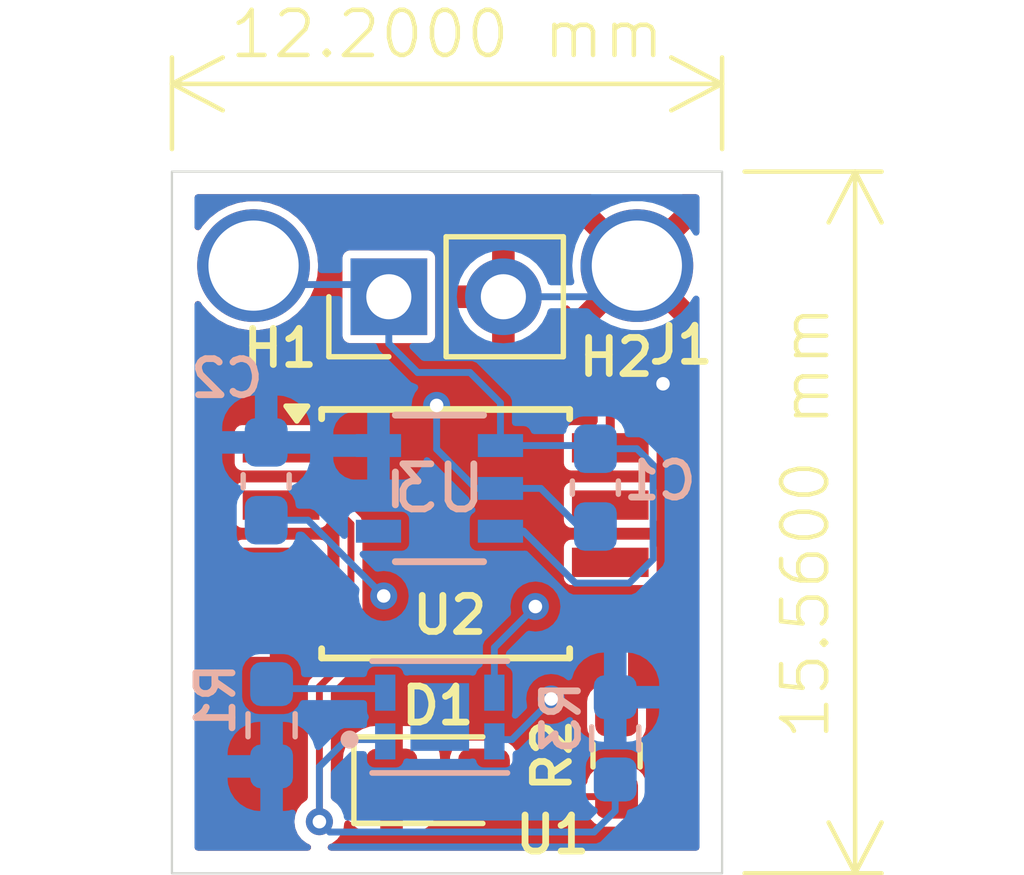
<source format=kicad_pcb>
(kicad_pcb (version 20240108) (generator "pcbnew") (generator_version "8.0")
  (layers (0 "F.Cu" signal) (31 "B.Cu" signal) (34 "B.Paste" user) (35 "F.Paste" user) (36 "B.SilkS" user "B.Silkscreen") (37 "F.SilkS" user "F.Silkscreen") (38 "B.Mask" user) (39 "F.Mask" user) (44 "Edge.Cuts" user))
  (net 0 "")
  (net 1 "Net-(D1-A)")
  (net 2 "GND")
  (net 3 "Net-(U2-AREF{slash}PB0)")
  (net 8 "Alcohol_OUT")
  (net 9 "VDD_1.8V")
  (net 11 "VCC")
  (net 13 "Net-(U1-HEATER+)")
  (footprint "Resistor_SMD:R_0603_1608Metric_Pad0.98x0.95mm_HandSolder" (layer "F.Cu") (at 184.55 86.8625 90)
    (property "Reference" "R2" (at 0 -1.43 -90) (layer "F.SilkS") (effects (font (size 0.8 0.8))))
    (property "Value" "R")
    (fp_line (start -0.254724 -0.5225) (end 0.254724 -0.5225) (stroke (width 0.12)) (layer "F.SilkS"))
    (fp_line (start -0.254724 0.5225) (end 0.254724 0.5225) (stroke (width 0.12)) (layer "F.SilkS"))
    (pad "1" smd roundrect (at -0.9125 0 90) (size 0.975 0.95) (layers "F.Cu" "F.Paste" "F.Mask") (net 1 "Net-(D1-A)"))
    (pad "2" smd roundrect (at 0.9125 0 90) (size 0.975 0.95) (layers "F.Cu" "F.Paste" "F.Mask") (net 3 "Net-(U2-AREF{slash}PB0)"))
  )
  (footprint "MountingHole:MT_Hole" (layer "F.Cu") (at 176.5 76)
    (property "Reference" "H1" (at 0.59 1.83 0) (layer "F.SilkS") (effects (font (size 0.8 0.8) (thickness 0.15) (bold yes))))
    (property "Value" "MountingHole_Pad")
    (pad "1" thru_hole circle (at 0 0) (size 2.5 2.5) (drill 2) (layers "*.Cu" "*.Mask") (net 11 "VCC"))
  )
  (footprint "MountingHole:MT_Hole" (layer "F.Cu") (at 185 76)
    (property "Reference" "H2" (at -0.46 2.03 0) (layer "F.SilkS") (effects (font (size 0.8 0.8))))
    (property "Value" "MountingHole_Pad" (hide yes))
    (pad "1" thru_hole circle (at 0 0) (size 2.5 2.5) (drill 2) (layers "*.Cu" "*.Mask") (net 2 "GND"))
  )
  (footprint "Package_SO:SOIC-8W_5.3x5.3mm_P1.27mm" (layer "F.Cu") (at 180.76 81.945)
    (property "Reference" "U2" (at 0.09 1.805 0) (layer "F.SilkS") (effects (font (size 0.8 0.8))))
    (property "Value" "ATtiny85")
    (fp_line (start -2.75 -2.755) (end -2.75 -2.55) (stroke (width 0.15)) (layer "F.SilkS"))
    (fp_line (start -2.75 -2.755) (end 2.75 -2.755) (stroke (width 0.15)) (layer "F.SilkS"))
    (fp_line (start -2.75 2.755) (end -2.75 2.55) (stroke (width 0.15)) (layer "F.SilkS"))
    (fp_line (start -2.75 2.755) (end 2.75 2.755) (stroke (width 0.15)) (layer "F.SilkS"))
    (fp_line (start 2.75 -2.755) (end 2.75 -2.55) (stroke (width 0.15)) (layer "F.SilkS"))
    (fp_line (start 2.75 2.755) (end 2.75 2.55) (stroke (width 0.15)) (layer "F.SilkS"))
    (fp_poly (pts (xy -3.3 -2.5) (xy -3.54 -2.83) (xy -3.06 -2.83) (xy -3.3 -2.5)) (stroke (width 0.12)) (fill solid) (layer "F.SilkS"))
    (pad "1" smd rect (at -3.65 -1.905) (size 1.7 0.65) (layers "F.Cu" "F.Paste" "F.Mask"))
    (pad "2" smd rect (at -3.65 -0.635) (size 1.7 0.65) (layers "F.Cu" "F.Paste" "F.Mask") (net 8 "Alcohol_OUT"))
    (pad "3" smd rect (at -3.65 0.635) (size 1.7 0.65) (layers "F.Cu" "F.Paste" "F.Mask"))
    (pad "4" smd rect (at -3.65 1.905) (size 1.7 0.65) (layers "F.Cu" "F.Paste" "F.Mask") (net 2 "GND"))
    (pad "5" smd rect (at 3.65 1.905) (size 1.7 0.65) (layers "F.Cu" "F.Paste" "F.Mask") (net 3 "Net-(U2-AREF{slash}PB0)"))
    (pad "6" smd rect (at 3.65 0.635) (size 1.7 0.65) (layers "F.Cu" "F.Paste" "F.Mask"))
    (pad "7" smd rect (at 3.65 -0.635) (size 1.7 0.65) (layers "F.Cu" "F.Paste" "F.Mask"))
    (pad "8" smd rect (at 3.65 -1.905) (size 1.7 0.65) (layers "F.Cu" "F.Paste" "F.Mask") (net 9 "VDD_1.8V"))
  )
  (footprint "LED_SMD:LED_0805_2012Metric_Pad1.15x1.40mm_HandSolder" (layer "F.Cu") (at 180.585 87.41)
    (property "Reference" "D1" (at 0 -1.65 0) (layer "F.SilkS") (effects (font (size 0.8 0.8))))
    (property "Value" "LED")
    (fp_line (start -1.86 -0.96) (end -1.86 0.96) (stroke (width 0.12)) (layer "F.SilkS"))
    (fp_line (start -1.86 0.96) (end 1 0.96) (stroke (width 0.12)) (layer "F.SilkS"))
    (fp_line (start 1 -0.96) (end -1.86 -0.96) (stroke (width 0.12)) (layer "F.SilkS"))
    (pad "1" smd roundrect (at -1.025 0) (size 1.15 1.4) (layers "F.Cu" "F.Paste" "F.Mask") (roundrect_rratio 0.217391) (net 2 "GND"))
    (pad "2" smd roundrect (at 1.025 0) (size 1.15 1.4) (layers "F.Cu" "F.Paste" "F.Mask") (roundrect_rratio 0.217391) (net 1 "Net-(D1-A)"))
  )
  (footprint "Connector_PinHeader_2.54mm:PinHeader_1x02_P2.54mm_Vertical" (layer "F.Cu") (at 179.5 76.69 90)
    (property "Reference" "J1" (at -1.07 6.48 0) (layer "F.SilkS") (effects (font (size 0.8 0.8))))
    (property "Value" "Cnn")
    (fp_line (start -1.33 -1.33) (end 0 -1.33) (stroke (width 0.12)) (layer "F.SilkS"))
    (fp_line (start -1.33 0) (end -1.33 -1.33) (stroke (width 0.12)) (layer "F.SilkS"))
    (fp_line (start 1.33 1.27) (end 1.33 3.87) (stroke (width 0.12)) (layer "F.SilkS"))
    (fp_line (start -1.33 1.27) (end 1.33 1.27) (stroke (width 0.12)) (layer "F.SilkS"))
    (fp_line (start -1.33 1.27) (end -1.33 3.87) (stroke (width 0.12)) (layer "F.SilkS"))
    (fp_line (start -1.33 3.87) (end 1.33 3.87) (stroke (width 0.12)) (layer "F.SilkS"))
    (pad "1" thru_hole rect (at 0 0 90) (size 1.7 1.7) (drill 1) (layers "*.Cu" "*.Mask") (net 11 "VCC"))
    (pad "2" thru_hole oval (at 0 2.54 90) (size 1.7 1.7) (drill 1) (layers "*.Cu" "*.Mask") (net 2 "GND"))
  )
  (footprint "MIC5504_1.8V:SOT23-5LD-PL-1_MCH" (layer "B.Cu") (at 180.62255 80.939999 180)
    (property "Reference" "U3" (at 0 0 0) (layer "B.SilkS") (effects (justify mirror)))
    (property "Value" "MIC5504_1.8")
    (fp_line (start 0.9779 0.363261) (end 0.9779 -0.363261) (stroke (width 0.1524)) (layer "B.SilkS"))
    (fp_line (start 0.9779 -1.6256) (end -0.9779 -1.6256) (stroke (width 0.1524)) (layer "B.SilkS"))
    (fp_line (start -0.9779 1.6256) (end 0.9779 1.6256) (stroke (width 0.1524)) (layer "B.SilkS"))
    (pad "1" smd rect (at -1.35255 0.950001 180) (size 1.0033 0.508) (layers "B.Cu" "B.Paste" "B.Mask") (net 11 "VCC"))
    (pad "2" smd rect (at -1.35255 0 180) (size 1.0033 0.508) (layers "B.Cu" "B.Paste" "B.Mask") (net 2 "GND"))
    (pad "3" smd rect (at -1.35255 -0.950001 180) (size 1.0033 0.508) (layers "B.Cu" "B.Paste" "B.Mask") (net 11 "VCC"))
    (pad "4" smd rect (at 1.35255 -0.950001 180) (size 1.0033 0.508) (layers "B.Cu" "B.Paste" "B.Mask"))
    (pad "5" smd rect (at 1.35255 0.950001 180) (size 1.0033 0.508) (layers "B.Cu" "B.Paste" "B.Mask") (net 9 "VDD_1.8V"))
  )
  (footprint "Capacitor_SMD:C_0603_1608Metric_Pad1.08x0.95mm_HandSolder" (layer "B.Cu") (at 176.78 80.7825 -90)
    (property "Reference" "C2" (at -2.2825 0.87 180) (layer "B.SilkS") (effects (font (size 0.8 0.8)) (justify mirror)))
    (property "Value" "C")
    (fp_line (start 0.146267 0.51) (end -0.146267 0.51) (stroke (width 0.12)) (layer "B.SilkS"))
    (fp_line (start 0.146267 -0.51) (end -0.146267 -0.51) (stroke (width 0.12)) (layer "B.SilkS"))
    (pad "1" smd roundrect (at -0.8625 0 270) (size 1.075 0.95) (layers "B.Cu" "B.Paste" "B.Mask") (net 9 "VDD_1.8V"))
    (pad "2" smd roundrect (at 0.8625 0 270) (size 1.075 0.95) (layers "B.Cu" "B.Paste" "B.Mask") (net 2 "GND"))
  )
  (footprint "Resistor_SMD:R_0603_1608Metric_Pad0.98x0.95mm_HandSolder" (layer "B.Cu") (at 176.9 86.1925 -90)
    (property "Reference" "R1" (at -0.5725 1.24 90) (layer "B.SilkS") (effects (font (size 0.8 0.8)) (justify mirror)))
    (property "Value" "R")
    (fp_line (start 0.254724 0.5225) (end -0.254724 0.5225) (stroke (width 0.12)) (layer "B.SilkS"))
    (fp_line (start 0.254724 -0.5225) (end -0.254724 -0.5225) (stroke (width 0.12)) (layer "B.SilkS"))
    (pad "1" smd roundrect (at -0.9125 0 270) (size 0.975 0.95) (layers "B.Cu" "B.Paste" "B.Mask") (net 13 "Net-(U1-HEATER+)"))
    (pad "2" smd roundrect (at 0.9125 0 270) (size 0.975 0.95) (layers "B.Cu" "B.Paste" "B.Mask") (net 9 "VDD_1.8V"))
  )
  (footprint "Resistor_SMD:R_0603_1608Metric_Pad0.98x0.95mm_HandSolder" (layer "B.Cu") (at 184.52 86.4825 -90)
    (property "Reference" "R3" (at -0.4625 1.2 90) (layer "B.SilkS") (effects (font (size 0.8 0.8)) (justify mirror)))
    (property "Value" "R")
    (fp_line (start 0.254724 0.5225) (end -0.254724 0.5225) (stroke (width 0.12)) (layer "B.SilkS"))
    (fp_line (start 0.254724 -0.5225) (end -0.254724 -0.5225) (stroke (width 0.12)) (layer "B.SilkS"))
    (pad "1" smd roundrect (at -0.9125 0 270) (size 0.975 0.95) (layers "B.Cu" "B.Paste" "B.Mask") (net 9 "VDD_1.8V"))
    (pad "2" smd roundrect (at 0.9125 0 270) (size 0.975 0.95) (layers "B.Cu" "B.Paste" "B.Mask") (net 8 "Alcohol_OUT"))
  )
  (footprint "CCS803:XDCR_CCS801" (layer "B.Cu") (at 180.63 86.01)
    (property "Reference" "U1" (at 2.5 2.61 0) (layer "F.SilkS") (effects (font (size 0.8 0.8))))
    (property "Value" "CCS801")
    (fp_line (start 1.5 -1.24) (end -1.5 -1.24) (stroke (width 0.127)) (layer "B.SilkS"))
    (fp_line (start 1.5 1.24) (end -1.5 1.24) (stroke (width 0.127)) (layer "B.SilkS"))
    (fp_circle (center -2 0.5) (end -1.9 0.5) (stroke (width 0.2)) (fill none) (layer "B.SilkS"))
    (pad "1" smd rect (at -1.21 0.54) (size 0.45 0.8) (layers "B.Cu" "B.Paste" "B.Mask") (net 8 "Alcohol_OUT"))
    (pad "2" smd rect (at -1.21 -0.54) (size 0.45 0.8) (layers "B.Cu" "B.Paste" "B.Mask") (net 13 "Net-(U1-HEATER+)"))
    (pad "3" smd rect (at 1.21 -0.54) (size 0.45 0.8) (layers "B.Cu" "B.Paste" "B.Mask") (net 2 "GND"))
    (pad "4" smd rect (at 1.21 0.54) (size 0.45 0.8) (layers "B.Cu" "B.Paste" "B.Mask") (net 2 "GND"))
    (pad "5" smd rect (at 0 0) (size 1.3 1.5) (layers "B.Cu" "B.Mask"))
  )
  (footprint "Capacitor_SMD:C_0603_1608Metric_Pad1.08x0.95mm_HandSolder" (layer "B.Cu") (at 184.08 80.9225 -90)
    (property "Reference" "C1" (at -0.1525 -1.43 180) (layer "B.SilkS") (effects (font (size 0.8 0.8)) (justify mirror)))
    (property "Value" "C")
    (fp_line (start 0.146267 0.51) (end -0.146267 0.51) (stroke (width 0.12)) (layer "B.SilkS"))
    (fp_line (start 0.146267 -0.51) (end -0.146267 -0.51) (stroke (width 0.12)) (layer "B.SilkS"))
    (pad "1" smd roundrect (at -0.8625 0 270) (size 1.075 0.95) (layers "B.Cu" "B.Paste" "B.Mask") (net 11 "VCC"))
    (pad "2" smd roundrect (at 0.8625 0 270) (size 1.075 0.95) (layers "B.Cu" "B.Paste" "B.Mask") (net 2 "GND"))
  )
  (gr_rect (start 174.69 73.915) (end 186.89 89.475) (stroke (width 0.05)) (fill none) (layer "Edge.Cuts"))
  (dimension (type aligned) (layer "F.SilkS") (pts (xy 174.69 73.915) (xy 186.89 73.915)) (height -1.945) (gr_text "12.2000 mm" (at 180.79 70.87 0) (layer "F.SilkS") (effects (font (size 1 1) (thickness 0.1)))) (format (prefix "") (suffix "") (units 3) (units_format 1) (precision 4)) (style (thickness 0.1) (arrow_length 1.27) (text_position_mode 0) (extension_height 0.58642) (extension_offset 0.5) keep_text_aligned))
  (dimension (type aligned) (layer "F.SilkS") (pts (xy 186.89 73.915) (xy 186.89 89.475)) (height -2.95) (gr_text "15.5600 mm" (at 188.74 81.695 90) (layer "F.SilkS") (effects (font (size 1 1) (thickness 0.1)))) (format (prefix "") (suffix "") (units 3) (units_format 1) (precision 4)) (style (thickness 0.1) (arrow_length 1.27) (text_position_mode 0) (extension_height 0.58642) (extension_offset 0.5) keep_text_aligned))
  (segment (start 183.195 87.775) (end 182.82 87.4) (width 0.1524) (layer "F.Cu") (net 1))
  (segment (start 184.55 87.775) (end 183.195 87.775) (width 0.1524) (layer "F.Cu") (net 1))
  (segment (start 182.82 87.4) (end 182.81 87.41) (width 0.1524) (layer "F.Cu") (net 1))
  (segment (start 182.81 87.41) (end 181.61 87.41) (width 0.1524) (layer "F.Cu") (net 1))
  (via (at 180.56 79.1) (size 0.6) (drill 0.3) (layers "F.Cu" "B.Cu") (net 2))
  (via (at 182.75 83.56) (size 0.6) (drill 0.3) (layers "F.Cu" "B.Cu") (net 2))
  (via (at 179.386054 83.325447) (size 0.6) (drill 0.3) (layers "F.Cu" "B.Cu") (net 2))
  (via (at 183.1 85.61) (size 0.6) (drill 0.3) (layers "F.Cu" "B.Cu") (net 2))
  (segment (start 182.23 86.51) (end 181.905 86.51) (width 0.1524) (layer "B.Cu") (net 2))
  (segment (start 181.429999 80.939999) (end 180.56 80.07) (width 0.1524) (layer "B.Cu") (net 2))
  (segment (start 182.869999 80.939999) (end 181.9751 80.939999) (width 0.1524) (layer "B.Cu") (net 2))
  (segment (start 183.715 81.785) (end 182.869999 80.939999) (width 0.1524) (layer "B.Cu") (net 2))
  (segment (start 184.08 81.785) (end 183.715 81.785) (width 0.1524) (layer "B.Cu") (net 2))
  (segment (start 180.56 80.07) (end 180.56 79.1) (width 0.1524) (layer "B.Cu") (net 2))
  (segment (start 183.1 85.61) (end 183.1 85.64) (width 0.1524) (layer "B.Cu") (net 2))
  (segment (start 183.1 85.64) (end 182.23 86.51) (width 0.1524) (layer "B.Cu") (net 2))
  (segment (start 181.9751 80.939999) (end 181.429999 80.939999) (width 0.1524) (layer "B.Cu") (net 2))
  (segment (start 182.75 83.56) (end 181.84 84.47) (width 0.1524) (layer "B.Cu") (net 2))
  (segment (start 177.705607 81.645) (end 179.386054 83.325447) (width 0.1524) (layer "B.Cu") (net 2))
  (segment (start 176.78 81.645) (end 177.705607 81.645) (width 0.1524) (layer "B.Cu") (net 2))
  (segment (start 181.84 84.47) (end 181.84 85.445) (width 0.1524) (layer "B.Cu") (net 2))
  (segment (start 184.26 76.69) (end 184.95 76) (width 0.1524) (layer "B.Cu") (net 2))
  (segment (start 181.84 85.445) (end 181.905 85.51) (width 0.1524) (layer "B.Cu") (net 2))
  (segment (start 182.04 76.69) (end 184.26 76.69) (width 0.1524) (layer "B.Cu") (net 2))
  (segment (start 184.55 85.95) (end 184.55 83.99) (width 0.1524) (layer "F.Cu") (net 3))
  (segment (start 184.55 83.99) (end 184.41 83.85) (width 0.1524) (layer "F.Cu") (net 3))
  (segment (start 178.24 81.31) (end 177.11 81.31) (width 0.1524) (layer "F.Cu") (net 8))
  (segment (start 177.96 85.335) (end 178.66 84.635) (width 0.1524) (layer "F.Cu") (net 8))
  (segment (start 178.66 84.635) (end 178.66 81.73) (width 0.1524) (layer "F.Cu") (net 8))
  (segment (start 178.66 81.73) (end 178.24 81.31) (width 0.1524) (layer "F.Cu") (net 8))
  (segment (start 177.96 88.33) (end 177.96 85.335) (width 0.1524) (layer "F.Cu") (net 8))
  (via (at 177.96 88.33) (size 0.6) (drill 0.3) (layers "F.Cu" "B.Cu") (net 8))
  (segment (start 178.19 88.56) (end 184.05 88.56) (width 0.1524) (layer "B.Cu") (net 8))
  (segment (start 177.96 88.33) (end 177.96 87.11) (width 0.1524) (layer "B.Cu") (net 8))
  (segment (start 184.05 88.56) (end 184.52 88.09) (width 0.1524) (layer "B.Cu") (net 8))
  (segment (start 177.96 87.11) (end 178.56 86.51) (width 0.1524) (layer "B.Cu") (net 8))
  (segment (start 177.96 88.33) (end 178.19 88.56) (width 0.1524) (layer "B.Cu") (net 8))
  (segment (start 184.52 88.09) (end 184.52 87.395) (width 0.1524) (layer "B.Cu") (net 8))
  (segment (start 178.56 86.51) (end 179.355 86.51) (width 0.1524) (layer "B.Cu") (net 8))
  (segment (start 184.41 79.25) (end 184.41 80.04) (width 0.2) (layer "F.Cu") (net 9))
  (segment (start 185.04 78.62) (end 184.41 79.25) (width 0.2) (layer "F.Cu") (net 9))
  (segment (start 185.58 78.62) (end 185.04 78.62) (width 0.2) (layer "F.Cu") (net 9))
  (via (at 185.58 78.62) (size 0.6) (drill 0.3) (layers "F.Cu" "B.Cu") (net 9))
  (segment (start 179.27 79.989998) (end 176.849998 79.989998) (width 0.1524) (layer "B.Cu") (net 9))
  (segment (start 176.849998 79.989998) (end 176.78 79.92) (width 0.1524) (layer "B.Cu") (net 9))
  (segment (start 182.49 81.89) (end 183.64 83.04) (width 0.1524) (layer "B.Cu") (net 11))
  (segment (start 181.9751 81.89) (end 182.49 81.89) (width 0.1524) (layer "B.Cu") (net 11))
  (segment (start 176.95 76.42) (end 176.53 76) (width 0.1524) (layer "B.Cu") (net 11))
  (segment (start 183.64 83.04) (end 184.83 83.04) (width 0.1524) (layer "B.Cu") (net 11))
  (segment (start 181.9751 79.989998) (end 181.9751 79.0451) (width 0.1524) (layer "B.Cu") (net 11))
  (segment (start 179.23 76.42) (end 176.95 76.42) (width 0.1524) (layer "B.Cu") (net 11))
  (segment (start 184.83 83.04) (end 185.36 82.51) (width 0.1524) (layer "B.Cu") (net 11))
  (segment (start 179.5 77.73) (end 179.5 76.69) (width 0.1524) (layer "B.Cu") (net 11))
  (segment (start 185 80.06) (end 184.08 80.06) (width 0.1524) (layer "B.Cu") (net 11))
  (segment (start 179.5 76.69) (end 179.23 76.42) (width 0.1524) (layer "B.Cu") (net 11))
  (segment (start 181.3 78.37) (end 180.14 78.37) (width 0.1524) (layer "B.Cu") (net 11))
  (segment (start 185.36 82.51) (end 185.36 80.42) (width 0.1524) (layer "B.Cu") (net 11))
  (segment (start 185.36 80.42) (end 185 80.06) (width 0.1524) (layer "B.Cu") (net 11))
  (segment (start 181.9751 79.989998) (end 184.009998 79.989998) (width 0.1524) (layer "B.Cu") (net 11))
  (segment (start 180.14 78.37) (end 179.5 77.73) (width 0.1524) (layer "B.Cu") (net 11))
  (segment (start 184.009998 79.989998) (end 184.08 80.06) (width 0.1524) (layer "B.Cu") (net 11))
  (segment (start 181.9751 79.0451) (end 181.3 78.37) (width 0.1524) (layer "B.Cu") (net 11))
  (segment (start 179.225 85.38) (end 179.245 85.4) (width 0.1524) (layer "B.Cu") (net 13))
  (segment (start 176.9 85.28) (end 177 85.38) (width 0.1524) (layer "B.Cu") (net 13))
  (segment (start 177 85.38) (end 179.225 85.38) (width 0.1524) (layer "B.Cu") (net 13))
  (zone (net 2) (net_name "GND") (layer "F.Cu") (priority 1) (connect_pads (clearance 0.15)) (min_thickness 0.15) (fill yes (thermal_gap 0.5) (thermal_bridge_width 0.5))
    (polygon (pts (xy 174.88 74.01) (xy 186.77 74.03) (xy 186.81 89.42) (xy 174.83 89.36) (xy 174.89 74.49)))
  )
  (zone (net 9) (net_name "VDD_1.8V") (layer "B.Cu") (connect_pads (clearance 0.1524)) (min_thickness 0.1524) (fill yes (thermal_gap 0.5) (thermal_bridge_width 0.5))
    (polygon (pts (xy 174.85 74) (xy 186.73 74.06) (xy 186.81 89.41) (xy 174.86 89.41) (xy 174.84 74.36)))
  )
)
</source>
